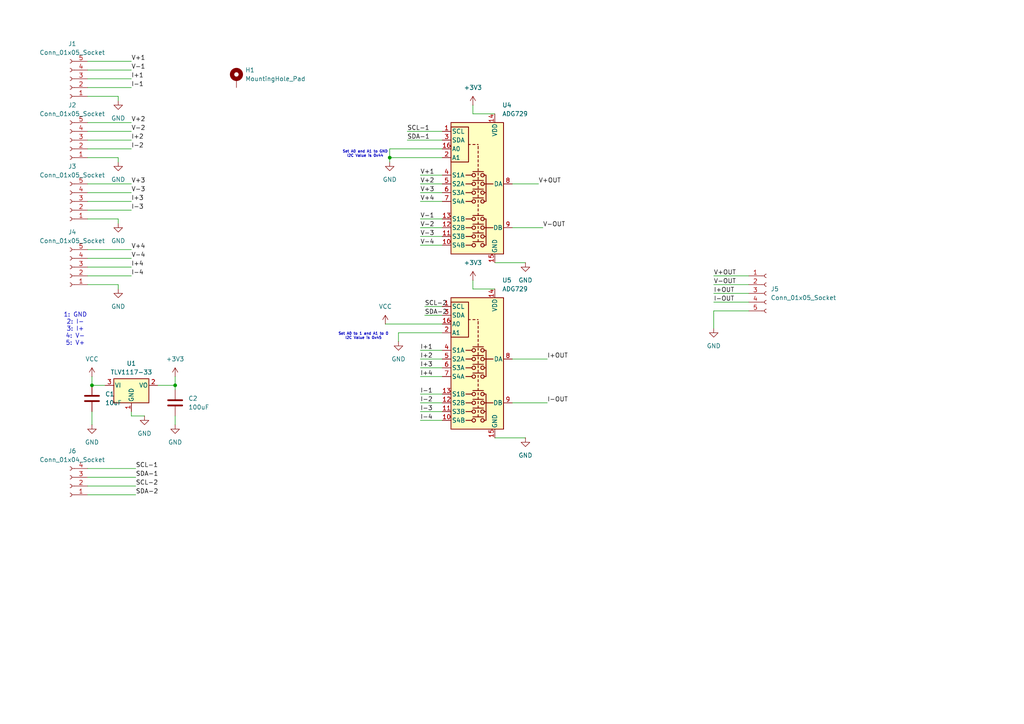
<source format=kicad_sch>
(kicad_sch (version 20250114) (generator "eeschema") (generator_version "9.0")
  (paper "A4")
  (lib_symbols
    (symbol "Analog_Switch:ADG729" (pin_names (offset 0.254))
      (property "Reference" "U" (at -7.62 20.955 0))
      (property "Value" "ADG729" (at -7.62 19.05 0))
      (symbol "ADG729_0_1"
        (rectangle (start -7.62 17.78) (end 7.62 -20.32) (stroke (width 0.254)) (fill (type background)))
        (rectangle (start -7.62 6.35) (end -2.54 16.51) (stroke (width 0.254)))
        (polyline (pts (xy -2.032 11.43) (xy -2.54 11.43)) (stroke (width 0.254)))
        (polyline (pts (xy -1.524 2.54) (xy -3.302 2.54)) (stroke (width 0.254)))
        (polyline (pts (xy -1.524 0) (xy -3.302 0)) (stroke (width 0.254)))
        (polyline (pts (xy -1.524 -2.54) (xy -3.302 -2.54)) (stroke (width 0.254)))
        (polyline (pts (xy -1.524 -5.08) (xy -3.302 -5.08)) (stroke (width 0.254)))
        (polyline (pts (xy -1.524 -10.16) (xy -3.302 -10.16)) (stroke (width 0.254)))
        (polyline (pts (xy -1.524 -12.7) (xy -3.302 -12.7)) (stroke (width 0.254)))
        (polyline (pts (xy -1.524 -15.24) (xy -3.302 -15.24)) (stroke (width 0.254)))
        (polyline (pts (xy -1.524 -17.78) (xy -3.302 -17.78)) (stroke (width 0.254)))
        (polyline (pts (xy -1.27 11.43) (xy -0.635 11.43)) (stroke (width 0.254)))
        (polyline (pts (xy -1.27 3.556) (xy 1.778 3.556)) (stroke (width 0.254)))
        (polyline (pts (xy -1.27 1.016) (xy 1.778 1.016)) (stroke (width 0.254)))
        (polyline (pts (xy -1.27 -1.524) (xy 1.778 -1.524)) (stroke (width 0.254)))
        (polyline (pts (xy -1.27 -4.064) (xy 1.778 -4.064)) (stroke (width 0.254)))
        (polyline (pts (xy -1.27 -9.144) (xy 1.778 -9.144)) (stroke (width 0.254)))
        (polyline (pts (xy -1.27 -11.684) (xy 1.778 -11.684)) (stroke (width 0.254)))
        (polyline (pts (xy -1.27 -14.224) (xy 1.778 -14.224)) (stroke (width 0.254)))
        (polyline (pts (xy -1.27 -16.764) (xy 1.778 -16.764)) (stroke (width 0.254)))
        (circle (center -1.016 2.54) (radius 0.508) (stroke (width 0.254)))
        (circle (center -1.016 0) (radius 0.508) (stroke (width 0.254)))
        (circle (center -1.016 -2.54) (radius 0.508) (stroke (width 0.254)))
        (circle (center -1.016 -5.08) (radius 0.508) (stroke (width 0.254)))
        (circle (center -1.016 -10.16) (radius 0.508) (stroke (width 0.254)))
        (circle (center -1.016 -12.7) (radius 0.508) (stroke (width 0.254)))
        (circle (center -1.016 -15.24) (radius 0.508) (stroke (width 0.254)))
        (circle (center -1.016 -17.78) (radius 0.508) (stroke (width 0.254)))
        (polyline (pts (xy 0.254 11.43) (xy 0 11.43)) (stroke (width 0.254)))
        (polyline (pts (xy 0.254 10.16) (xy 0.254 10.922)) (stroke (width 0.254)))
        (polyline (pts (xy 0.254 8.89) (xy 0.254 9.525)) (stroke (width 0.254)))
        (polyline (pts (xy 0.254 7.62) (xy 0.254 8.255)) (stroke (width 0.254)))
        (polyline (pts (xy 0.254 6.35) (xy 0.254 6.985)) (stroke (width 0.254)))
        (polyline (pts (xy 0.254 5.08) (xy 0.254 5.715)) (stroke (width 0.254)))
        (polyline (pts (xy 0.254 3.81) (xy 0.254 4.445)) (stroke (width 0.254)))
        (polyline (pts (xy 0.254 2.54) (xy 0.254 3.175)) (stroke (width 0.254)))
        (polyline (pts (xy 0.254 1.27) (xy 0.254 1.905)) (stroke (width 0.254)))
        (polyline (pts (xy 0.254 0) (xy 0.254 0.635)) (stroke (width 0.254)))
        (polyline (pts (xy 0.254 -1.27) (xy 0.254 -0.635)) (stroke (width 0.254)))
        (polyline (pts (xy 0.254 -2.54) (xy 0.254 -1.905)) (stroke (width 0.254)))
        (polyline (pts (xy 0.254 -3.81) (xy 0.254 -3.175)) (stroke (width 0.254)))
        (polyline (pts (xy 0.254 -5.334) (xy 0.254 -4.699)) (stroke (width 0.254)))
        (polyline (pts (xy 0.254 -6.604) (xy 0.254 -5.969)) (stroke (width 0.254)))
        (polyline (pts (xy 0.254 -7.874) (xy 0.254 -7.239)) (stroke (width 0.254)))
        (polyline (pts (xy 0.254 -9.144) (xy 0.254 -8.509)) (stroke (width 0.254)))
        (polyline (pts (xy 0.254 -10.414) (xy 0.254 -9.779)) (stroke (width 0.254)))
        (polyline (pts (xy 0.254 -11.684) (xy 0.254 -11.049)) (stroke (width 0.254)))
        (polyline (pts (xy 0.254 -12.954) (xy 0.254 -12.319)) (stroke (width 0.254)))
        (polyline (pts (xy 0.254 -14.224) (xy 0.254 -13.589)) (stroke (width 0.254)))
        (polyline (pts (xy 0.254 -15.494) (xy 0.254 -14.859)) (stroke (width 0.254)))
        (polyline (pts (xy 0.254 -16.764) (xy 0.254 -16.129)) (stroke (width 0.254)))
        (circle (center 1.524 2.54) (radius 0.508) (stroke (width 0.254)))
        (circle (center 1.524 0) (radius 0.508) (stroke (width 0.254)))
        (circle (center 1.524 -2.54) (radius 0.508) (stroke (width 0.254)))
        (circle (center 1.524 -5.08) (radius 0.508) (stroke (width 0.254)))
        (circle (center 1.524 -10.16) (radius 0.508) (stroke (width 0.254)))
        (circle (center 1.524 -12.7) (radius 0.508) (stroke (width 0.254)))
        (circle (center 1.524 -15.24) (radius 0.508) (stroke (width 0.254)))
        (circle (center 1.524 -17.78) (radius 0.508) (stroke (width 0.254)))
        (polyline (pts (xy 1.905 -5.08) (xy 2.54 -5.08) (xy 2.54 2.54) (xy 1.905 2.54)) (stroke (width 0.254)))
        (polyline (pts (xy 1.905 -10.16) (xy 2.54 -10.16) (xy 2.54 -17.78) (xy 1.905 -17.78)) (stroke (width 0.254)))
        (polyline (pts (xy 2.032 0) (xy 2.54 0)) (stroke (width 0.254)))
        (polyline (pts (xy 2.032 -2.54) (xy 2.54 -2.54)) (stroke (width 0.254)))
        (polyline (pts (xy 2.032 -12.7) (xy 2.54 -12.7)) (stroke (width 0.254)))
        (polyline (pts (xy 2.032 -15.24) (xy 2.54 -15.24)) (stroke (width 0.254)))
        (polyline (pts (xy 2.54 0) (xy 4.572 0)) (stroke (width 0.254)))
        (polyline (pts (xy 4.572 -12.7) (xy 2.54 -12.7)) (stroke (width 0.254)))
      )
      (symbol "ADG729_1_1"
        (pin input line (at -10.16 15.24 0) (length 2.54) (name "SCL") (number "1"))
        (pin bidirectional line (at -10.16 12.7 0) (length 2.54) (name "SDA") (number "3"))
        (pin input line (at -10.16 10.16 0) (length 2.54) (name "A0") (number "16"))
        (pin input line (at -10.16 7.62 0) (length 2.54) (name "A1") (number "2"))
        (pin bidirectional line (at -10.16 2.54 0) (length 2.54) (name "S1A") (number "4"))
        (pin bidirectional line (at -10.16 0 0) (length 2.54) (name "S2A") (number "5"))
        (pin bidirectional line (at -10.16 -2.54 0) (length 2.54) (name "S3A") (number "6"))
        (pin bidirectional line (at -10.16 -5.08 0) (length 2.54) (name "S4A") (number "7"))
        (pin bidirectional line (at -10.16 -10.16 0) (length 2.54) (name "S1B") (number "13"))
        (pin bidirectional line (at -10.16 -12.7 0) (length 2.54) (name "S2B") (number "12"))
        (pin bidirectional line (at -10.16 -15.24 0) (length 2.54) (name "S3B") (number "11"))
        (pin bidirectional line (at -10.16 -17.78 0) (length 2.54) (name "S4B") (number "10"))
        (pin power_in line (at 5.08 20.32 270) (length 2.54) (name "VDD") (number "14"))
        (pin power_in line (at 5.08 -22.86 90) (length 2.54) (name "GND") (number "15"))
        (pin bidirectional line (at 10.16 0 180) (length 2.54) (name "DA") (number "8"))
        (pin bidirectional line (at 10.16 -12.7 180) (length 2.54) (name "DB") (number "9"))
      )
    )
    (symbol "Connector:Conn_01x04_Socket" (pin_names (offset 1.016) (hide yes))
      (property "Reference" "J" (at 0 5.08 0))
      (property "Value" "Conn_01x04_Socket" (at 0 -7.62 0))
      (symbol "Conn_01x04_Socket_1_1"
        (polyline (pts (xy -1.27 2.54) (xy -0.508 2.54)) (stroke (width 0.1524)))
        (polyline (pts (xy -1.27 0) (xy -0.508 0)) (stroke (width 0.1524)))
        (polyline (pts (xy -1.27 -2.54) (xy -0.508 -2.54)) (stroke (width 0.1524)))
        (polyline (pts (xy -1.27 -5.08) (xy -0.508 -5.08)) (stroke (width 0.1524)))
        (arc (start 0 2.032) (mid -0.5058 2.54) (end 0 3.048) (stroke (width 0.1524)))
        (arc (start 0 -0.508) (mid -0.5058 0) (end 0 0.508) (stroke (width 0.1524)))
        (arc (start 0 -3.048) (mid -0.5058 -2.54) (end 0 -2.032) (stroke (width 0.1524)))
        (arc (start 0 -5.588) (mid -0.5058 -5.08) (end 0 -4.572) (stroke (width 0.1524)))
        (pin passive line (at -5.08 2.54 0) (length 3.81) (name "Pin_1") (number "1"))
        (pin passive line (at -5.08 0 0) (length 3.81) (name "Pin_2") (number "2"))
        (pin passive line (at -5.08 -2.54 0) (length 3.81) (name "Pin_3") (number "3"))
        (pin passive line (at -5.08 -5.08 0) (length 3.81) (name "Pin_4") (number "4"))
      )
    )
    (symbol "Connector:Conn_01x05_Socket" (pin_names (offset 1.016) (hide yes))
      (property "Reference" "J" (at 0 7.62 0))
      (property "Value" "Conn_01x05_Socket" (at 0 -7.62 0))
      (symbol "Conn_01x05_Socket_1_1"
        (polyline (pts (xy -1.27 5.08) (xy -0.508 5.08)) (stroke (width 0.1524)))
        (polyline (pts (xy -1.27 2.54) (xy -0.508 2.54)) (stroke (width 0.1524)))
        (polyline (pts (xy -1.27 0) (xy -0.508 0)) (stroke (width 0.1524)))
        (polyline (pts (xy -1.27 -2.54) (xy -0.508 -2.54)) (stroke (width 0.1524)))
        (polyline (pts (xy -1.27 -5.08) (xy -0.508 -5.08)) (stroke (width 0.1524)))
        (arc (start 0 4.572) (mid -0.5058 5.08) (end 0 5.588) (stroke (width 0.1524)))
        (arc (start 0 2.032) (mid -0.5058 2.54) (end 0 3.048) (stroke (width 0.1524)))
        (arc (start 0 -0.508) (mid -0.5058 0) (end 0 0.508) (stroke (width 0.1524)))
        (arc (start 0 -3.048) (mid -0.5058 -2.54) (end 0 -2.032) (stroke (width 0.1524)))
        (arc (start 0 -5.588) (mid -0.5058 -5.08) (end 0 -4.572) (stroke (width 0.1524)))
        (pin passive line (at -5.08 5.08 0) (length 3.81) (name "Pin_1") (number "1"))
        (pin passive line (at -5.08 2.54 0) (length 3.81) (name "Pin_2") (number "2"))
        (pin passive line (at -5.08 0 0) (length 3.81) (name "Pin_3") (number "3"))
        (pin passive line (at -5.08 -2.54 0) (length 3.81) (name "Pin_4") (number "4"))
        (pin passive line (at -5.08 -5.08 0) (length 3.81) (name "Pin_5") (number "5"))
      )
    )
    (symbol "Device:C" (pin_numbers (hide yes)) (pin_names (offset 0.254))
      (property "Reference" "C" (at 0.635 2.54 0))
      (property "Value" "C" (at 0.635 -2.54 0))
      (symbol "C_0_1"
        (polyline (pts (xy -2.032 0.762) (xy 2.032 0.762)) (stroke (width 0.508)))
        (polyline (pts (xy -2.032 -0.762) (xy 2.032 -0.762)) (stroke (width 0.508)))
      )
      (symbol "C_1_1"
        (pin passive line (at 0 3.81 270) (length 2.794) (name "~") (number "1"))
        (pin passive line (at 0 -3.81 90) (length 2.794) (name "~") (number "2"))
      )
    )
    (symbol "Mechanical:MountingHole_Pad" (pin_numbers (hide yes)) (pin_names (offset 1.016) (hide yes)) (in_bom no)
      (property "Reference" "H" (at 0 6.35 0))
      (property "Value" "MountingHole_Pad" (at 0 4.445 0))
      (symbol "MountingHole_Pad_0_1"
        (circle (center 0 1.27) (radius 1.27) (stroke (width 1.27)))
      )
      (symbol "MountingHole_Pad_1_1"
        (pin input line (at 0 -2.54 90) (length 2.54) (name "1") (number "1"))
      )
    )
    (symbol "Regulator_Linear:TLV1117-33" (pin_names (offset 0.254))
      (property "Reference" "U" (at -3.81 3.175 0))
      (property "Value" "TLV1117-33" (at 0 3.175 0))
      (symbol "TLV1117-33_0_1"
        (rectangle (start -5.08 -5.08) (end 5.08 1.905) (stroke (width 0.254)) (fill (type background)))
      )
      (symbol "TLV1117-33_1_1"
        (pin power_in line (at -7.62 0 0) (length 2.54) (name "VI") (number "3"))
        (pin power_in line (at 0 -7.62 90) (length 2.54) (name "GND") (number "1"))
        (pin power_out line (at 7.62 0 180) (length 2.54) (name "VO") (number "2"))
      )
    )
    (symbol "power:+3V3" (power) (pin_numbers (hide yes)) (pin_names (offset 0) (hide yes))
      (property "Value" "+3V3" (at 0 3.556 0))
      (symbol "+3V3_0_1"
        (polyline (pts (xy -0.762 1.27) (xy 0 2.54)))
        (polyline (pts (xy 0 2.54) (xy 0.762 1.27)))
        (polyline (pts (xy 0 0) (xy 0 2.54)))
      )
      (symbol "+3V3_1_1"
        (pin power_in line (at 0 0 90) (length 0) (name "~") (number "1"))
      )
    )
    (symbol "power:GND" (power) (pin_numbers (hide yes)) (pin_names (offset 0) (hide yes))
      (property "Value" "GND" (at 0 -3.81 0))
      (symbol "GND_0_1"
        (polyline (pts (xy 0 0) (xy 0 -1.27) (xy 1.27 -1.27) (xy 0 -2.54) (xy -1.27 -1.27) (xy 0 -1.27)))
      )
      (symbol "GND_1_1"
        (pin power_in line (at 0 0 270) (length 0) (name "~") (number "1"))
      )
    )
    (symbol "power:VCC" (power) (pin_numbers (hide yes)) (pin_names (offset 0) (hide yes))
      (property "Value" "VCC" (at 0 3.556 0))
      (symbol "VCC_0_1"
        (polyline (pts (xy -0.762 1.27) (xy 0 2.54)))
        (polyline (pts (xy 0 2.54) (xy 0.762 1.27)))
        (polyline (pts (xy 0 0) (xy 0 2.54)))
      )
      (symbol "VCC_1_1"
        (pin power_in line (at 0 0 90) (length 0) (name "~") (number "1"))
      )
    )
  )
  (text "Set A0 to 1 and A1 to 0\nI2C Value is 0x45" (at 105.41 97.536 0) (effects (font (size 0.762 0.762))))
  (text "Set A0 and A1 to GND\nI2C Value is 0x44" (at 105.918 44.704 0) (effects (font (size 0.762 0.762))))
  (text "1: GND\n2: I-\n3: I+\n4: V-\n5: V+" (at 21.844 95.504 0) (effects (font (size 1.27 1.27))))
  (junction (at 26.67 111.76))
  (junction (at 113.03 45.72))
  (junction (at 50.8 111.76))
  (wire (pts (xy 25.4 135.89) (xy 39.37 135.89)))
  (wire (pts (xy 25.4 35.56) (xy 38.1 35.56)))
  (wire (pts (xy 115.57 96.52) (xy 115.57 99.06)))
  (wire (pts (xy 137.16 83.82) (xy 143.51 83.82)))
  (wire (pts (xy 121.92 109.22) (xy 128.27 109.22)))
  (wire (pts (xy 113.03 43.18) (xy 113.03 45.72)))
  (wire (pts (xy 34.29 45.72) (xy 34.29 46.99)))
  (wire (pts (xy 25.4 143.51) (xy 39.37 143.51)))
  (wire (pts (xy 207.01 90.17) (xy 207.01 95.25)))
  (wire (pts (xy 152.4 76.2) (xy 143.51 76.2)))
  (wire (pts (xy 121.92 114.3) (xy 128.27 114.3)))
  (wire (pts (xy 50.8 120.65) (xy 50.8 123.19)))
  (wire (pts (xy 121.92 55.88) (xy 128.27 55.88)))
  (wire (pts (xy 121.92 101.6) (xy 128.27 101.6)))
  (wire (pts (xy 25.4 17.78) (xy 38.1 17.78)))
  (wire (pts (xy 113.03 45.72) (xy 113.03 46.99)))
  (wire (pts (xy 25.4 80.01) (xy 38.1 80.01)))
  (wire (pts (xy 121.92 68.58) (xy 128.27 68.58)))
  (wire (pts (xy 38.1 120.65) (xy 41.91 120.65)))
  (wire (pts (xy 38.1 119.38) (xy 38.1 120.65)))
  (wire (pts (xy 121.92 63.5) (xy 128.27 63.5)))
  (wire (pts (xy 111.76 93.98) (xy 128.27 93.98)))
  (wire (pts (xy 148.59 104.14) (xy 158.75 104.14)))
  (wire (pts (xy 207.01 85.09) (xy 217.17 85.09)))
  (wire (pts (xy 137.16 33.02) (xy 143.51 33.02)))
  (wire (pts (xy 121.92 119.38) (xy 128.27 119.38)))
  (wire (pts (xy 25.4 82.55) (xy 34.29 82.55)))
  (wire (pts (xy 25.4 40.64) (xy 38.1 40.64)))
  (wire (pts (xy 25.4 43.18) (xy 38.1 43.18)))
  (wire (pts (xy 25.4 72.39) (xy 38.1 72.39)))
  (wire (pts (xy 25.4 25.4) (xy 38.1 25.4)))
  (wire (pts (xy 113.03 45.72) (xy 128.27 45.72)))
  (wire (pts (xy 25.4 27.94) (xy 34.29 27.94)))
  (wire (pts (xy 121.92 53.34) (xy 128.27 53.34)))
  (wire (pts (xy 217.17 90.17) (xy 207.01 90.17)))
  (wire (pts (xy 34.29 27.94) (xy 34.29 29.21)))
  (wire (pts (xy 207.01 87.63) (xy 217.17 87.63)))
  (wire (pts (xy 148.59 53.34) (xy 156.21 53.34)))
  (wire (pts (xy 25.4 63.5) (xy 34.29 63.5)))
  (wire (pts (xy 207.01 82.55) (xy 217.17 82.55)))
  (wire (pts (xy 121.92 121.92) (xy 128.27 121.92)))
  (wire (pts (xy 25.4 60.96) (xy 38.1 60.96)))
  (wire (pts (xy 26.67 109.22) (xy 26.67 111.76)))
  (wire (pts (xy 26.67 111.76) (xy 30.48 111.76)))
  (wire (pts (xy 50.8 111.76) (xy 50.8 109.22)))
  (wire (pts (xy 121.92 66.04) (xy 128.27 66.04)))
  (wire (pts (xy 25.4 138.43) (xy 39.37 138.43)))
  (wire (pts (xy 121.92 104.14) (xy 128.27 104.14)))
  (wire (pts (xy 26.67 119.38) (xy 26.67 123.19)))
  (wire (pts (xy 137.16 81.28) (xy 137.16 83.82)))
  (wire (pts (xy 121.92 106.68) (xy 128.27 106.68)))
  (wire (pts (xy 25.4 77.47) (xy 38.1 77.47)))
  (wire (pts (xy 45.72 111.76) (xy 50.8 111.76)))
  (wire (pts (xy 34.29 63.5) (xy 34.29 64.77)))
  (wire (pts (xy 113.03 43.18) (xy 128.27 43.18)))
  (wire (pts (xy 121.92 71.12) (xy 128.27 71.12)))
  (wire (pts (xy 34.29 82.55) (xy 34.29 83.82)))
  (wire (pts (xy 123.19 88.9) (xy 128.27 88.9)))
  (wire (pts (xy 25.4 20.32) (xy 38.1 20.32)))
  (wire (pts (xy 25.4 45.72) (xy 34.29 45.72)))
  (wire (pts (xy 207.01 80.01) (xy 217.17 80.01)))
  (wire (pts (xy 121.92 116.84) (xy 128.27 116.84)))
  (wire (pts (xy 25.4 55.88) (xy 38.1 55.88)))
  (wire (pts (xy 25.4 74.93) (xy 38.1 74.93)))
  (wire (pts (xy 121.92 50.8) (xy 128.27 50.8)))
  (wire (pts (xy 25.4 38.1) (xy 38.1 38.1)))
  (wire (pts (xy 121.92 58.42) (xy 128.27 58.42)))
  (wire (pts (xy 118.11 40.64) (xy 128.27 40.64)))
  (wire (pts (xy 137.16 30.48) (xy 137.16 33.02)))
  (wire (pts (xy 123.19 91.44) (xy 128.27 91.44)))
  (wire (pts (xy 25.4 22.86) (xy 38.1 22.86)))
  (wire (pts (xy 148.59 116.84) (xy 158.75 116.84)))
  (wire (pts (xy 25.4 53.34) (xy 38.1 53.34)))
  (wire (pts (xy 148.59 66.04) (xy 157.48 66.04)))
  (wire (pts (xy 25.4 140.97) (xy 39.37 140.97)))
  (wire (pts (xy 115.57 96.52) (xy 128.27 96.52)))
  (wire (pts (xy 25.4 58.42) (xy 38.1 58.42)))
  (wire (pts (xy 118.11 38.1) (xy 128.27 38.1)))
  (wire (pts (xy 143.51 127) (xy 152.4 127)))
  (wire (pts (xy 50.8 113.03) (xy 50.8 111.76)))
  (label "I-OUT" (at 158.75 116.84 0))
  (label "V+OUT" (at 207.01 80.01 0))
  (label "SDA-2" (at 39.37 143.51 0))
  (label "I+4" (at 121.92 109.22 0))
  (label "I+1" (at 121.92 101.6 0))
  (label "I+2" (at 121.92 104.14 0))
  (label "I+3" (at 121.92 106.68 0))
  (label "V+OUT" (at 156.21 53.34 0))
  (label "V-OUT" (at 207.01 82.55 0))
  (label "I-OUT" (at 207.01 87.63 0))
  (label "I-4" (at 121.92 121.92 0))
  (label "I-1" (at 121.92 114.3 0))
  (label "I-2" (at 121.92 116.84 0))
  (label "I-3" (at 121.92 119.38 0))
  (label "SDA-2" (at 123.19 91.44 0))
  (label "SCL-1" (at 118.11 38.1 0))
  (label "V+4" (at 38.1 72.39 0))
  (label "V+3" (at 38.1 53.34 0))
  (label "V+2" (at 38.1 35.56 0))
  (label "V+1" (at 38.1 17.78 0))
  (label "I+OUT" (at 207.01 85.09 0))
  (label "V-3" (at 121.92 68.58 0))
  (label "V-4" (at 121.92 71.12 0))
  (label "V-1" (at 121.92 63.5 0))
  (label "V-2" (at 121.92 66.04 0))
  (label "V+1" (at 121.92 50.8 0))
  (label "V+2" (at 121.92 53.34 0))
  (label "V+3" (at 121.92 55.88 0))
  (label "V+4" (at 121.92 58.42 0))
  (label "V-OUT" (at 157.48 66.04 0))
  (label "SCL-1" (at 39.37 135.89 0))
  (label "SCL-2" (at 39.37 140.97 0))
  (label "SCL-2" (at 123.19 88.9 0))
  (label "SDA-1" (at 39.37 138.43 0))
  (label "V-4" (at 38.1 74.93 0))
  (label "V-3" (at 38.1 55.88 0))
  (label "V-2" (at 38.1 38.1 0))
  (label "V-1" (at 38.1 20.32 0))
  (label "I+OUT" (at 158.75 104.14 0))
  (label "I+3" (at 38.1 58.42 0))
  (label "I+4" (at 38.1 77.47 0))
  (label "I+2" (at 38.1 40.64 0))
  (label "I+1" (at 38.1 22.86 0))
  (label "I-3" (at 38.1 60.96 0))
  (label "I-4" (at 38.1 80.01 0))
  (label "I-2" (at 38.1 43.18 0))
  (label "I-1" (at 38.1 25.4 0))
  (label "SDA-1" (at 118.11 40.64 0))
  (symbol (lib_id "power:GND") (at 34.29 29.21 0) (unit 1)
    (property "Reference" "#PWR04" (effects (hide yes)))
    (property "Value" "GND" (at 34.29 34.29 0))
    (property "Description" "Power symbol creates a global label with name \"GND\" , ground" (effects (hide yes)))
  )
  (symbol (lib_id "Connector:Conn_01x05_Socket") (at 222.25 85.09 0) (unit 1)
    (property "Reference" "J5" (at 223.52 83.8199 0) (effects (justify left)))
    (property "Value" "Conn_01x05_Socket" (at 223.52 86.3599 0) (effects (justify left)))
    (property "Footprint" "TerminalBlock_Phoenix:TerminalBlock_Phoenix_MKDS-1,5-5-5.08_1x05_P5.08mm_Horizontal" (effects (hide yes)))
    (property "Description" "Generic connector, single row, 01x05, script generated" (effects (hide yes)))
  )
  (symbol (lib_id "power:GND") (at 152.4 127 0) (unit 1)
    (property "Reference" "#PWR06" (effects (hide yes)))
    (property "Value" "GND" (at 152.4 132.08 0))
    (property "Description" "Power symbol creates a global label with name \"GND\" , ground" (effects (hide yes)))
  )
  (symbol (lib_id "Analog_Switch:ADG729") (at 138.43 53.34 0) (unit 1)
    (property "Reference" "U4" (at 145.6533 30.48 0) (effects (justify left)))
    (property "Value" "ADG729" (at 145.6533 33.02 0) (effects (justify left)))
    (property "Footprint" "Package_SO:TSSOP-16_4.4x5mm_P0.65mm" (effects (hide yes)))
    (property "Datasheet" "https://www.analog.com/media/en/technical-documentation/data-sheets/ADG728_729.pdf" (effects (hide yes)))
    (property "Description" "Dual 4-to-1 CMOS Low Voltage 2-Wire Serially Controlled, Matrix Switches" (effects (hide yes)))
  )
  (symbol (lib_id "Device:C") (at 26.67 115.57 0) (unit 1)
    (property "Reference" "C1" (at 30.48 114.2999 0) (effects (justify left)))
    (property "Value" "10uF" (at 30.48 116.8399 0) (effects (justify left)))
    (property "Footprint" "Capacitor_SMD:C_0603_1608Metric" (effects (hide yes)))
    (property "Description" "Unpolarized capacitor" (effects (hide yes)))
  )
  (symbol (lib_id "power:GND") (at 26.67 123.19 0) (unit 1)
    (property "Reference" "#PWR017" (effects (hide yes)))
    (property "Value" "GND" (at 26.67 128.27 0))
    (property "Description" "Power symbol creates a global label with name \"GND\" , ground" (effects (hide yes)))
  )
  (symbol (lib_id "power:GND") (at 34.29 83.82 0) (unit 1)
    (property "Reference" "#PWR01" (effects (hide yes)))
    (property "Value" "GND" (at 34.29 88.9 0))
    (property "Description" "Power symbol creates a global label with name \"GND\" , ground" (effects (hide yes)))
  )
  (symbol (lib_id "Connector:Conn_01x05_Socket") (at 20.32 22.86 180) (unit 1)
    (property "Reference" "J1" (at 20.955 12.7 0))
    (property "Value" "Conn_01x05_Socket" (at 20.955 15.24 0))
    (property "Footprint" "TerminalBlock_Phoenix:TerminalBlock_Phoenix_MKDS-1,5-5-5.08_1x05_P5.08mm_Horizontal" (effects (hide yes)))
    (property "Description" "Generic connector, single row, 01x05, script generated" (effects (hide yes)))
  )
  (symbol (lib_id "Mechanical:MountingHole_Pad") (at 68.58 22.86 0) (unit 1) (in_bom no)
    (property "Reference" "H1" (at 71.12 20.3199 0) (effects (justify left)))
    (property "Value" "MountingHole_Pad" (at 71.12 22.8599 0) (effects (justify left)))
    (property "Footprint" "MountingHole:MountingHole_3mm_Pad" (effects (hide yes)))
    (property "Description" "Mounting Hole with connection" (effects (hide yes)))
  )
  (symbol (lib_id "power:VCC") (at 26.67 109.22 0) (unit 1)
    (property "Reference" "#PWR07" (effects (hide yes)))
    (property "Value" "VCC" (at 26.67 104.14 0))
    (property "Description" "Power symbol creates a global label with name \"VCC\"" (effects (hide yes)))
  )
  (symbol (lib_id "Analog_Switch:ADG729") (at 138.43 104.14 0) (unit 1)
    (property "Reference" "U5" (at 145.6533 81.28 0) (effects (justify left)))
    (property "Value" "ADG729" (at 145.6533 83.82 0) (effects (justify left)))
    (property "Footprint" "Package_SO:TSSOP-16_4.4x5mm_P0.65mm" (effects (hide yes)))
    (property "Datasheet" "https://www.analog.com/media/en/technical-documentation/data-sheets/ADG728_729.pdf" (effects (hide yes)))
    (property "Description" "Dual 4-to-1 CMOS Low Voltage 2-Wire Serially Controlled, Matrix Switches" (effects (hide yes)))
  )
  (symbol (lib_id "power:GND") (at 207.01 95.25 0) (unit 1)
    (property "Reference" "#PWR012" (effects (hide yes)))
    (property "Value" "GND" (at 207.01 100.33 0))
    (property "Description" "Power symbol creates a global label with name \"GND\" , ground" (effects (hide yes)))
  )
  (symbol (lib_id "Device:C") (at 50.8 116.84 0) (unit 1)
    (property "Reference" "C2" (at 54.61 115.5699 0) (effects (justify left)))
    (property "Value" "100uF" (at 54.61 118.1099 0) (effects (justify left)))
    (property "Footprint" "Capacitor_SMD:C_0805_2012Metric" (effects (hide yes)))
    (property "Description" "Unpolarized capacitor" (effects (hide yes)))
  )
  (symbol (lib_id "power:GND") (at 34.29 46.99 0) (unit 1)
    (property "Reference" "#PWR03" (effects (hide yes)))
    (property "Value" "GND" (at 34.29 52.07 0))
    (property "Description" "Power symbol creates a global label with name \"GND\" , ground" (effects (hide yes)))
  )
  (symbol (lib_id "Connector:Conn_01x05_Socket") (at 20.32 40.64 180) (unit 1)
    (property "Reference" "J2" (at 20.955 30.48 0))
    (property "Value" "Conn_01x05_Socket" (at 20.955 33.02 0))
    (property "Footprint" "TerminalBlock_Phoenix:TerminalBlock_Phoenix_MKDS-1,5-5-5.08_1x05_P5.08mm_Horizontal" (effects (hide yes)))
    (property "Description" "Generic connector, single row, 01x05, script generated" (effects (hide yes)))
  )
  (symbol (lib_id "Connector:Conn_01x04_Socket") (at 20.32 140.97 180) (unit 1)
    (property "Reference" "J6" (at 20.955 130.81 0))
    (property "Value" "Conn_01x04_Socket" (at 20.955 133.35 0))
    (property "Footprint" "Connector_JST:JST_SH_SM04B-SRSS-TB_1x04-1MP_P1.00mm_Horizontal" (effects (hide yes)))
    (property "Description" "Generic connector, single row, 01x04, script generated" (effects (hide yes)))
  )
  (symbol (lib_id "power:+3V3") (at 137.16 81.28 0) (unit 1)
    (property "Reference" "#PWR011" (effects (hide yes)))
    (property "Value" "+3V3" (at 137.16 76.2 0))
    (property "Description" "Power symbol creates a global label with name \"+3V3\"" (effects (hide yes)))
  )
  (symbol (lib_id "power:GND") (at 152.4 76.2 0) (unit 1)
    (property "Reference" "#PWR05" (effects (hide yes)))
    (property "Value" "GND" (at 152.4 81.28 0))
    (property "Description" "Power symbol creates a global label with name \"GND\" , ground" (effects (hide yes)))
  )
  (symbol (lib_id "Connector:Conn_01x05_Socket") (at 20.32 58.42 180) (unit 1)
    (property "Reference" "J3" (at 20.955 48.26 0))
    (property "Value" "Conn_01x05_Socket" (at 20.955 50.8 0))
    (property "Footprint" "TerminalBlock_Phoenix:TerminalBlock_Phoenix_MKDS-1,5-5-5.08_1x05_P5.08mm_Horizontal" (effects (hide yes)))
    (property "Description" "Generic connector, single row, 01x05, script generated" (effects (hide yes)))
  )
  (symbol (lib_id "power:GND") (at 115.57 99.06 0) (unit 1)
    (property "Reference" "#PWR014" (effects (hide yes)))
    (property "Value" "GND" (at 115.57 104.14 0))
    (property "Description" "Power symbol creates a global label with name \"GND\" , ground" (effects (hide yes)))
  )
  (symbol (lib_id "power:GND") (at 50.8 123.19 0) (unit 1)
    (property "Reference" "#PWR016" (effects (hide yes)))
    (property "Value" "GND" (at 50.8 128.27 0))
    (property "Description" "Power symbol creates a global label with name \"GND\" , ground" (effects (hide yes)))
  )
  (symbol (lib_id "power:GND") (at 41.91 120.65 0) (unit 1)
    (property "Reference" "#PWR08" (effects (hide yes)))
    (property "Value" "GND" (at 41.91 125.73 0))
    (property "Description" "Power symbol creates a global label with name \"GND\" , ground" (effects (hide yes)))
  )
  (symbol (lib_id "power:GND") (at 113.03 46.99 0) (unit 1)
    (property "Reference" "#PWR013" (effects (hide yes)))
    (property "Value" "GND" (at 113.03 52.07 0))
    (property "Description" "Power symbol creates a global label with name \"GND\" , ground" (effects (hide yes)))
  )
  (symbol (lib_id "power:GND") (at 34.29 64.77 0) (unit 1)
    (property "Reference" "#PWR02" (effects (hide yes)))
    (property "Value" "GND" (at 34.29 69.85 0))
    (property "Description" "Power symbol creates a global label with name \"GND\" , ground" (effects (hide yes)))
  )
  (symbol (lib_id "power:VCC") (at 111.76 93.98 0) (unit 1)
    (property "Reference" "#PWR015" (effects (hide yes)))
    (property "Value" "VCC" (at 111.76 88.9 0))
    (property "Description" "Power symbol creates a global label with name \"VCC\"" (effects (hide yes)))
  )
  (symbol (lib_id "Regulator_Linear:TLV1117-33") (at 38.1 111.76 0) (unit 1)
    (property "Reference" "U1" (at 38.1 105.41 0))
    (property "Value" "TLV1117-33" (at 38.1 107.95 0))
    (property "Footprint" "Package_TO_SOT_SMD:SOT-223-3_TabPin2" (effects (hide yes)))
    (property "Datasheet" "http://www.ti.com/lit/ds/symlink/tlv1117.pdf" (effects (hide yes)))
    (property "Description" "800mA Low-Dropout Linear Regulator, 3.3V fixed output, TO-220/TO-252/TO-263/SOT-223" (effects (hide yes)))
  )
  (symbol (lib_id "power:+3V3") (at 50.8 109.22 0) (unit 1)
    (property "Reference" "#PWR09" (effects (hide yes)))
    (property "Value" "+3V3" (at 50.8 104.14 0))
    (property "Description" "Power symbol creates a global label with name \"+3V3\"" (effects (hide yes)))
  )
  (symbol (lib_id "Connector:Conn_01x05_Socket") (at 20.32 77.47 180) (unit 1)
    (property "Reference" "J4" (at 20.955 67.31 0))
    (property "Value" "Conn_01x05_Socket" (at 20.955 69.85 0))
    (property "Footprint" "TerminalBlock_Phoenix:TerminalBlock_Phoenix_MKDS-1,5-5-5.08_1x05_P5.08mm_Horizontal" (effects (hide yes)))
    (property "Description" "Generic connector, single row, 01x05, script generated" (effects (hide yes)))
  )
  (symbol (lib_id "power:+3V3") (at 137.16 30.48 0) (unit 1)
    (property "Reference" "#PWR010" (effects (hide yes)))
    (property "Value" "+3V3" (at 137.16 25.4 0))
    (property "Description" "Power symbol creates a global label with name \"+3V3\"" (effects (hide yes)))
  )
)
</source>
